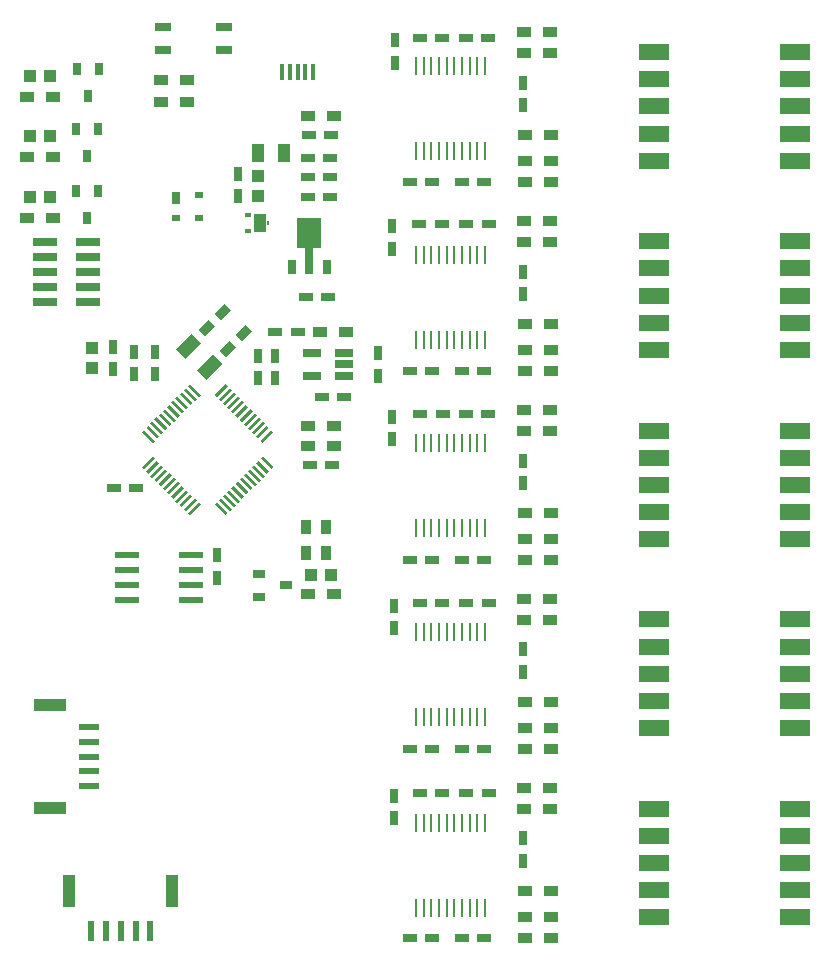
<source format=gbr>
G04 #@! TF.FileFunction,Paste,Top*
%FSLAX46Y46*%
G04 Gerber Fmt 4.6, Leading zero omitted, Abs format (unit mm)*
G04 Created by KiCad (PCBNEW 4.0.7-e2-6376~58~ubuntu16.04.1) date Tue Jul 10 13:57:19 2018*
%MOMM*%
%LPD*%
G01*
G04 APERTURE LIST*
%ADD10C,0.100000*%
%ADD11R,0.650000X1.050000*%
%ADD12R,1.200000X0.750000*%
%ADD13R,0.400000X1.350000*%
%ADD14R,1.200000X0.900000*%
%ADD15R,0.900000X1.200000*%
%ADD16R,0.700000X1.000000*%
%ADD17R,0.700000X0.600000*%
%ADD18R,1.000000X1.500000*%
%ADD19R,2.100000X0.750000*%
%ADD20R,1.000000X1.100000*%
%ADD21R,1.450000X0.700000*%
%ADD22R,0.800000X1.200000*%
%ADD23R,0.800000X2.200000*%
%ADD24R,2.000000X2.500000*%
%ADD25R,1.050000X0.650000*%
%ADD26R,0.750000X1.200000*%
%ADD27R,2.500000X1.400000*%
%ADD28R,0.250000X1.500000*%
%ADD29R,2.000000X0.600000*%
%ADD30R,0.500000X0.400000*%
%ADD31R,1.100000X1.600000*%
%ADD32R,0.250000X0.400000*%
%ADD33R,1.100000X1.000000*%
%ADD34R,1.700000X0.600000*%
%ADD35R,2.800000X1.000000*%
%ADD36R,1.560000X0.650000*%
%ADD37R,0.600000X1.700000*%
%ADD38R,1.000000X2.800000*%
G04 APERTURE END LIST*
D10*
D11*
X123022400Y-67143600D03*
X121122400Y-67143600D03*
X122072400Y-69443600D03*
D12*
X152146000Y-123393200D03*
X150246000Y-123393200D03*
D13*
X141190500Y-62346500D03*
X140540500Y-62346500D03*
X139890500Y-62346500D03*
X139240500Y-62346500D03*
X138590500Y-62346500D03*
D14*
X159153500Y-71628000D03*
X161353500Y-71628000D03*
D15*
X140608469Y-103024303D03*
X140608469Y-100824303D03*
X142262283Y-103024303D03*
X142262283Y-100824303D03*
D14*
X159153500Y-69850000D03*
X161353500Y-69850000D03*
X161290000Y-58983836D03*
X159090000Y-58983836D03*
X159153500Y-67691000D03*
X161353500Y-67691000D03*
X161290000Y-60761836D03*
X159090000Y-60761836D03*
X159153500Y-87628000D03*
X161353500Y-87628000D03*
X159153500Y-85850000D03*
X161353500Y-85850000D03*
X161290000Y-74983836D03*
X159090000Y-74983836D03*
X159153500Y-83691000D03*
X161353500Y-83691000D03*
X161290000Y-76761836D03*
X159090000Y-76761836D03*
X159153500Y-103628000D03*
X161353500Y-103628000D03*
X159153500Y-101850000D03*
X161353500Y-101850000D03*
X161290000Y-90983836D03*
X159090000Y-90983836D03*
X159153500Y-99691000D03*
X161353500Y-99691000D03*
X161290000Y-92761836D03*
X159090000Y-92761836D03*
X159153500Y-119628000D03*
X161353500Y-119628000D03*
X159153500Y-117850000D03*
X161353500Y-117850000D03*
X161290000Y-106983836D03*
X159090000Y-106983836D03*
X159153500Y-115691000D03*
X161353500Y-115691000D03*
X161290000Y-108761836D03*
X159090000Y-108761836D03*
X159153500Y-135628000D03*
X161353500Y-135628000D03*
X159153500Y-133850000D03*
X161353500Y-133850000D03*
X161290000Y-122983836D03*
X159090000Y-122983836D03*
X159153500Y-131691000D03*
X161353500Y-131691000D03*
X161290000Y-124761836D03*
X159090000Y-124761836D03*
D16*
X129572000Y-72976000D03*
D17*
X129572000Y-74676000D03*
X131572000Y-74676000D03*
X131572000Y-72776000D03*
D18*
X136529900Y-69151500D03*
X138729900Y-69151500D03*
D19*
X122094400Y-76758800D03*
X118494400Y-76758800D03*
X122094400Y-78028800D03*
X118494400Y-78028800D03*
X122094400Y-79298800D03*
X118494400Y-79298800D03*
X122094400Y-80568800D03*
X118494400Y-80568800D03*
X122094400Y-81838800D03*
X118494400Y-81838800D03*
D20*
X122478800Y-87413200D03*
X122478800Y-85713200D03*
X136525000Y-72833600D03*
X136525000Y-71133600D03*
D11*
X123022400Y-72376000D03*
X121122400Y-72376000D03*
X122072400Y-74676000D03*
X123073200Y-62063600D03*
X121173200Y-62063600D03*
X122123200Y-64363600D03*
D21*
X133644000Y-58499500D03*
X128484000Y-58499500D03*
X128484000Y-60499500D03*
X133644000Y-60499500D03*
D10*
G36*
X130591121Y-88905811D02*
X130767898Y-88729034D01*
X131687137Y-89648273D01*
X131510360Y-89825050D01*
X130591121Y-88905811D01*
X130591121Y-88905811D01*
G37*
G36*
X130237568Y-89259364D02*
X130414345Y-89082587D01*
X131333584Y-90001826D01*
X131156807Y-90178603D01*
X130237568Y-89259364D01*
X130237568Y-89259364D01*
G37*
G36*
X129884014Y-89612918D02*
X130060791Y-89436141D01*
X130980030Y-90355380D01*
X130803253Y-90532157D01*
X129884014Y-89612918D01*
X129884014Y-89612918D01*
G37*
G36*
X129530461Y-89966471D02*
X129707238Y-89789694D01*
X130626477Y-90708933D01*
X130449700Y-90885710D01*
X129530461Y-89966471D01*
X129530461Y-89966471D01*
G37*
G36*
X129176908Y-90320024D02*
X129353685Y-90143247D01*
X130272924Y-91062486D01*
X130096147Y-91239263D01*
X129176908Y-90320024D01*
X129176908Y-90320024D01*
G37*
G36*
X128823354Y-90673578D02*
X129000131Y-90496801D01*
X129919370Y-91416040D01*
X129742593Y-91592817D01*
X128823354Y-90673578D01*
X128823354Y-90673578D01*
G37*
G36*
X128469801Y-91027131D02*
X128646578Y-90850354D01*
X129565817Y-91769593D01*
X129389040Y-91946370D01*
X128469801Y-91027131D01*
X128469801Y-91027131D01*
G37*
G36*
X128116247Y-91380685D02*
X128293024Y-91203908D01*
X129212263Y-92123147D01*
X129035486Y-92299924D01*
X128116247Y-91380685D01*
X128116247Y-91380685D01*
G37*
G36*
X127762694Y-91734238D02*
X127939471Y-91557461D01*
X128858710Y-92476700D01*
X128681933Y-92653477D01*
X127762694Y-91734238D01*
X127762694Y-91734238D01*
G37*
G36*
X127409141Y-92087791D02*
X127585918Y-91911014D01*
X128505157Y-92830253D01*
X128328380Y-93007030D01*
X127409141Y-92087791D01*
X127409141Y-92087791D01*
G37*
G36*
X127055587Y-92441345D02*
X127232364Y-92264568D01*
X128151603Y-93183807D01*
X127974826Y-93360584D01*
X127055587Y-92441345D01*
X127055587Y-92441345D01*
G37*
G36*
X126702034Y-92794898D02*
X126878811Y-92618121D01*
X127798050Y-93537360D01*
X127621273Y-93714137D01*
X126702034Y-92794898D01*
X126702034Y-92794898D01*
G37*
G36*
X126878811Y-95976879D02*
X126702034Y-95800102D01*
X127621273Y-94880863D01*
X127798050Y-95057640D01*
X126878811Y-95976879D01*
X126878811Y-95976879D01*
G37*
G36*
X127232364Y-96330432D02*
X127055587Y-96153655D01*
X127974826Y-95234416D01*
X128151603Y-95411193D01*
X127232364Y-96330432D01*
X127232364Y-96330432D01*
G37*
G36*
X127585918Y-96683986D02*
X127409141Y-96507209D01*
X128328380Y-95587970D01*
X128505157Y-95764747D01*
X127585918Y-96683986D01*
X127585918Y-96683986D01*
G37*
G36*
X127939471Y-97037539D02*
X127762694Y-96860762D01*
X128681933Y-95941523D01*
X128858710Y-96118300D01*
X127939471Y-97037539D01*
X127939471Y-97037539D01*
G37*
G36*
X128293024Y-97391092D02*
X128116247Y-97214315D01*
X129035486Y-96295076D01*
X129212263Y-96471853D01*
X128293024Y-97391092D01*
X128293024Y-97391092D01*
G37*
G36*
X128646578Y-97744646D02*
X128469801Y-97567869D01*
X129389040Y-96648630D01*
X129565817Y-96825407D01*
X128646578Y-97744646D01*
X128646578Y-97744646D01*
G37*
G36*
X129000131Y-98098199D02*
X128823354Y-97921422D01*
X129742593Y-97002183D01*
X129919370Y-97178960D01*
X129000131Y-98098199D01*
X129000131Y-98098199D01*
G37*
G36*
X129353685Y-98451753D02*
X129176908Y-98274976D01*
X130096147Y-97355737D01*
X130272924Y-97532514D01*
X129353685Y-98451753D01*
X129353685Y-98451753D01*
G37*
G36*
X129707238Y-98805306D02*
X129530461Y-98628529D01*
X130449700Y-97709290D01*
X130626477Y-97886067D01*
X129707238Y-98805306D01*
X129707238Y-98805306D01*
G37*
G36*
X130060791Y-99158859D02*
X129884014Y-98982082D01*
X130803253Y-98062843D01*
X130980030Y-98239620D01*
X130060791Y-99158859D01*
X130060791Y-99158859D01*
G37*
G36*
X130414345Y-99512413D02*
X130237568Y-99335636D01*
X131156807Y-98416397D01*
X131333584Y-98593174D01*
X130414345Y-99512413D01*
X130414345Y-99512413D01*
G37*
G36*
X130767898Y-99865966D02*
X130591121Y-99689189D01*
X131510360Y-98769950D01*
X131687137Y-98946727D01*
X130767898Y-99865966D01*
X130767898Y-99865966D01*
G37*
G36*
X132853863Y-98946727D02*
X133030640Y-98769950D01*
X133949879Y-99689189D01*
X133773102Y-99865966D01*
X132853863Y-98946727D01*
X132853863Y-98946727D01*
G37*
G36*
X133207416Y-98593174D02*
X133384193Y-98416397D01*
X134303432Y-99335636D01*
X134126655Y-99512413D01*
X133207416Y-98593174D01*
X133207416Y-98593174D01*
G37*
G36*
X133560970Y-98239620D02*
X133737747Y-98062843D01*
X134656986Y-98982082D01*
X134480209Y-99158859D01*
X133560970Y-98239620D01*
X133560970Y-98239620D01*
G37*
G36*
X133914523Y-97886067D02*
X134091300Y-97709290D01*
X135010539Y-98628529D01*
X134833762Y-98805306D01*
X133914523Y-97886067D01*
X133914523Y-97886067D01*
G37*
G36*
X134268076Y-97532514D02*
X134444853Y-97355737D01*
X135364092Y-98274976D01*
X135187315Y-98451753D01*
X134268076Y-97532514D01*
X134268076Y-97532514D01*
G37*
G36*
X134621630Y-97178960D02*
X134798407Y-97002183D01*
X135717646Y-97921422D01*
X135540869Y-98098199D01*
X134621630Y-97178960D01*
X134621630Y-97178960D01*
G37*
G36*
X134975183Y-96825407D02*
X135151960Y-96648630D01*
X136071199Y-97567869D01*
X135894422Y-97744646D01*
X134975183Y-96825407D01*
X134975183Y-96825407D01*
G37*
G36*
X135328737Y-96471853D02*
X135505514Y-96295076D01*
X136424753Y-97214315D01*
X136247976Y-97391092D01*
X135328737Y-96471853D01*
X135328737Y-96471853D01*
G37*
G36*
X135682290Y-96118300D02*
X135859067Y-95941523D01*
X136778306Y-96860762D01*
X136601529Y-97037539D01*
X135682290Y-96118300D01*
X135682290Y-96118300D01*
G37*
G36*
X136035843Y-95764747D02*
X136212620Y-95587970D01*
X137131859Y-96507209D01*
X136955082Y-96683986D01*
X136035843Y-95764747D01*
X136035843Y-95764747D01*
G37*
G36*
X136389397Y-95411193D02*
X136566174Y-95234416D01*
X137485413Y-96153655D01*
X137308636Y-96330432D01*
X136389397Y-95411193D01*
X136389397Y-95411193D01*
G37*
G36*
X136742950Y-95057640D02*
X136919727Y-94880863D01*
X137838966Y-95800102D01*
X137662189Y-95976879D01*
X136742950Y-95057640D01*
X136742950Y-95057640D01*
G37*
G36*
X136919727Y-93714137D02*
X136742950Y-93537360D01*
X137662189Y-92618121D01*
X137838966Y-92794898D01*
X136919727Y-93714137D01*
X136919727Y-93714137D01*
G37*
G36*
X136566174Y-93360584D02*
X136389397Y-93183807D01*
X137308636Y-92264568D01*
X137485413Y-92441345D01*
X136566174Y-93360584D01*
X136566174Y-93360584D01*
G37*
G36*
X136212620Y-93007030D02*
X136035843Y-92830253D01*
X136955082Y-91911014D01*
X137131859Y-92087791D01*
X136212620Y-93007030D01*
X136212620Y-93007030D01*
G37*
G36*
X135859067Y-92653477D02*
X135682290Y-92476700D01*
X136601529Y-91557461D01*
X136778306Y-91734238D01*
X135859067Y-92653477D01*
X135859067Y-92653477D01*
G37*
G36*
X135505514Y-92299924D02*
X135328737Y-92123147D01*
X136247976Y-91203908D01*
X136424753Y-91380685D01*
X135505514Y-92299924D01*
X135505514Y-92299924D01*
G37*
G36*
X135151960Y-91946370D02*
X134975183Y-91769593D01*
X135894422Y-90850354D01*
X136071199Y-91027131D01*
X135151960Y-91946370D01*
X135151960Y-91946370D01*
G37*
G36*
X134798407Y-91592817D02*
X134621630Y-91416040D01*
X135540869Y-90496801D01*
X135717646Y-90673578D01*
X134798407Y-91592817D01*
X134798407Y-91592817D01*
G37*
G36*
X134444853Y-91239263D02*
X134268076Y-91062486D01*
X135187315Y-90143247D01*
X135364092Y-90320024D01*
X134444853Y-91239263D01*
X134444853Y-91239263D01*
G37*
G36*
X134091300Y-90885710D02*
X133914523Y-90708933D01*
X134833762Y-89789694D01*
X135010539Y-89966471D01*
X134091300Y-90885710D01*
X134091300Y-90885710D01*
G37*
G36*
X133737747Y-90532157D02*
X133560970Y-90355380D01*
X134480209Y-89436141D01*
X134656986Y-89612918D01*
X133737747Y-90532157D01*
X133737747Y-90532157D01*
G37*
G36*
X133384193Y-90178603D02*
X133207416Y-90001826D01*
X134126655Y-89082587D01*
X134303432Y-89259364D01*
X133384193Y-90178603D01*
X133384193Y-90178603D01*
G37*
G36*
X133030640Y-89825050D02*
X132853863Y-89648273D01*
X133773102Y-88729034D01*
X133949879Y-88905811D01*
X133030640Y-89825050D01*
X133030640Y-89825050D01*
G37*
D22*
X139381100Y-78826300D03*
D23*
X140881100Y-78326300D03*
D22*
X142381100Y-78826300D03*
D24*
X140881100Y-75976300D03*
D10*
G36*
X129569074Y-85827577D02*
X130912577Y-84484074D01*
X131690394Y-85261891D01*
X130346891Y-86605394D01*
X129569074Y-85827577D01*
X129569074Y-85827577D01*
G37*
G36*
X131336840Y-87595343D02*
X132680343Y-86251840D01*
X133458160Y-87029657D01*
X132114657Y-88373160D01*
X131336840Y-87595343D01*
X131336840Y-87595343D01*
G37*
D25*
X136628459Y-104843393D03*
X136628459Y-106743393D03*
X138928459Y-105793393D03*
D26*
X126009400Y-87919600D03*
X126009400Y-86019600D03*
X127787400Y-87919600D03*
X127787400Y-86019600D03*
D10*
G36*
X133672850Y-81950820D02*
X134203180Y-82481150D01*
X133354652Y-83329678D01*
X132824322Y-82799348D01*
X133672850Y-81950820D01*
X133672850Y-81950820D01*
G37*
G36*
X132329348Y-83294322D02*
X132859678Y-83824652D01*
X132011150Y-84673180D01*
X131480820Y-84142850D01*
X132329348Y-83294322D01*
X132329348Y-83294322D01*
G37*
G36*
X135450850Y-83728820D02*
X135981180Y-84259150D01*
X135132652Y-85107678D01*
X134602322Y-84577348D01*
X135450850Y-83728820D01*
X135450850Y-83728820D01*
G37*
G36*
X134107348Y-85072322D02*
X134637678Y-85602652D01*
X133789150Y-86451180D01*
X133258820Y-85920850D01*
X134107348Y-85072322D01*
X134107348Y-85072322D01*
G37*
D26*
X136525000Y-88265000D03*
X136525000Y-86365000D03*
X137998200Y-88265000D03*
X137998200Y-86365000D03*
X124256800Y-87513200D03*
X124256800Y-85613200D03*
D12*
X126222800Y-97586800D03*
X124322800Y-97586800D03*
X140934400Y-95580200D03*
X142834400Y-95580200D03*
D26*
X134848600Y-72832000D03*
X134848600Y-70932000D03*
D12*
X142641400Y-69646800D03*
X140741400Y-69646800D03*
X140743900Y-72910700D03*
X142643900Y-72910700D03*
X140832800Y-67665600D03*
X142732800Y-67665600D03*
X140743900Y-71234300D03*
X142643900Y-71234300D03*
X142491500Y-81343500D03*
X140591500Y-81343500D03*
X155699500Y-71628000D03*
X153799500Y-71628000D03*
X151297500Y-71628000D03*
X149397500Y-71628000D03*
X152120600Y-59461400D03*
X150220600Y-59461400D03*
X154142400Y-59461400D03*
X156042400Y-59461400D03*
D26*
X148158200Y-61564600D03*
X148158200Y-59664600D03*
X158940500Y-65128000D03*
X158940500Y-63228000D03*
D12*
X155699500Y-87628000D03*
X153799500Y-87628000D03*
X151297500Y-87628000D03*
X149397500Y-87628000D03*
X152095200Y-75209400D03*
X150195200Y-75209400D03*
X154167800Y-75209400D03*
X156067800Y-75209400D03*
D26*
X147904200Y-77312600D03*
X147904200Y-75412600D03*
X158940500Y-81128000D03*
X158940500Y-79228000D03*
D12*
X155699500Y-103628000D03*
X153799500Y-103628000D03*
X151297500Y-103628000D03*
X149397500Y-103628000D03*
X152156200Y-91313000D03*
X150256200Y-91313000D03*
X154142400Y-91313000D03*
X156042400Y-91313000D03*
D26*
X147904200Y-93416200D03*
X147904200Y-91516200D03*
X158940500Y-97128000D03*
X158940500Y-95228000D03*
D12*
X155699500Y-119628000D03*
X153799500Y-119628000D03*
X151297500Y-119628000D03*
X149397500Y-119628000D03*
X152146000Y-107315000D03*
X150246000Y-107315000D03*
X154152600Y-107315000D03*
X156052600Y-107315000D03*
D26*
X148005800Y-109418200D03*
X148005800Y-107518200D03*
X158940500Y-113128000D03*
X158940500Y-111228000D03*
D12*
X155699500Y-135628000D03*
X153799500Y-135628000D03*
X151297500Y-135628000D03*
X149397500Y-135628000D03*
X154152600Y-123393200D03*
X156052600Y-123393200D03*
D26*
X148031200Y-125496400D03*
X148031200Y-123596400D03*
X158940500Y-129128000D03*
X158940500Y-127228000D03*
D14*
X128301200Y-62992000D03*
X130501200Y-62992000D03*
X128287600Y-64871600D03*
X130487600Y-64871600D03*
X116970194Y-74685050D03*
X119170194Y-74685050D03*
X116977375Y-69545200D03*
X119177375Y-69545200D03*
X116959200Y-64490600D03*
X119159200Y-64490600D03*
X142973648Y-93980000D03*
X140773648Y-93980000D03*
X142973648Y-92297298D03*
X140773648Y-92297298D03*
X140733600Y-66090800D03*
X142933600Y-66090800D03*
X142984400Y-106553000D03*
X140784400Y-106553000D03*
D27*
X182027600Y-69850000D03*
X182027600Y-67550000D03*
X182027600Y-65250000D03*
X182027600Y-62950000D03*
X182027600Y-60650000D03*
X170027600Y-60650000D03*
X170027600Y-62950000D03*
X170027600Y-65250000D03*
X170027600Y-67550000D03*
X170027600Y-69850000D03*
X182027600Y-85866000D03*
X182027600Y-83566000D03*
X182027600Y-81266000D03*
X182027600Y-78966000D03*
X182027600Y-76666000D03*
X170027600Y-76666000D03*
X170027600Y-78966000D03*
X170027600Y-81266000D03*
X170027600Y-83566000D03*
X170027600Y-85866000D03*
X182027600Y-101896000D03*
X182027600Y-99596000D03*
X182027600Y-97296000D03*
X182027600Y-94996000D03*
X182027600Y-92696000D03*
X170027600Y-92696000D03*
X170027600Y-94996000D03*
X170027600Y-97296000D03*
X170027600Y-99596000D03*
X170027600Y-101896000D03*
X182022000Y-117882500D03*
X182022000Y-115582500D03*
X182022000Y-113282500D03*
X182022000Y-110982500D03*
X182022000Y-108682500D03*
X170022000Y-108682500D03*
X170022000Y-110982500D03*
X170022000Y-113282500D03*
X170022000Y-115582500D03*
X170022000Y-117882500D03*
X182022000Y-133900000D03*
X182022000Y-131600000D03*
X182022000Y-129300000D03*
X182022000Y-127000000D03*
X182022000Y-124700000D03*
X170022000Y-124700000D03*
X170022000Y-127000000D03*
X170022000Y-129300000D03*
X170022000Y-131600000D03*
X170022000Y-133900000D03*
D28*
X149906200Y-68986400D03*
X150556200Y-68986400D03*
X151206200Y-68986400D03*
X151856200Y-68986400D03*
X152506200Y-68986400D03*
X153156200Y-68986400D03*
X153806200Y-68986400D03*
X154456200Y-68986400D03*
X155106200Y-68986400D03*
X155756200Y-68986400D03*
X155756200Y-61786400D03*
X155106200Y-61786400D03*
X154456200Y-61786400D03*
X153806200Y-61786400D03*
X153156200Y-61786400D03*
X152506200Y-61786400D03*
X151856200Y-61786400D03*
X151206200Y-61786400D03*
X150556200Y-61786400D03*
X149906200Y-61786400D03*
X149912000Y-85013800D03*
X150562000Y-85013800D03*
X151212000Y-85013800D03*
X151862000Y-85013800D03*
X152512000Y-85013800D03*
X153162000Y-85013800D03*
X153812000Y-85013800D03*
X154462000Y-85013800D03*
X155112000Y-85013800D03*
X155762000Y-85013800D03*
X155762000Y-77813800D03*
X155112000Y-77813800D03*
X154462000Y-77813800D03*
X153812000Y-77813800D03*
X153162000Y-77813800D03*
X152512000Y-77813800D03*
X151862000Y-77813800D03*
X151212000Y-77813800D03*
X150562000Y-77813800D03*
X149912000Y-77813800D03*
X149906200Y-100965000D03*
X150556200Y-100965000D03*
X151206200Y-100965000D03*
X151856200Y-100965000D03*
X152506200Y-100965000D03*
X153156200Y-100965000D03*
X153806200Y-100965000D03*
X154456200Y-100965000D03*
X155106200Y-100965000D03*
X155756200Y-100965000D03*
X155756200Y-93765000D03*
X155106200Y-93765000D03*
X154456200Y-93765000D03*
X153806200Y-93765000D03*
X153156200Y-93765000D03*
X152506200Y-93765000D03*
X151856200Y-93765000D03*
X151206200Y-93765000D03*
X150556200Y-93765000D03*
X149906200Y-93765000D03*
X149901600Y-116967000D03*
X150551600Y-116967000D03*
X151201600Y-116967000D03*
X151851600Y-116967000D03*
X152501600Y-116967000D03*
X153151600Y-116967000D03*
X153801600Y-116967000D03*
X154451600Y-116967000D03*
X155101600Y-116967000D03*
X155751600Y-116967000D03*
X155751600Y-109767000D03*
X155101600Y-109767000D03*
X154451600Y-109767000D03*
X153801600Y-109767000D03*
X153151600Y-109767000D03*
X152501600Y-109767000D03*
X151851600Y-109767000D03*
X151201600Y-109767000D03*
X150551600Y-109767000D03*
X149901600Y-109767000D03*
X149901600Y-133107800D03*
X150551600Y-133107800D03*
X151201600Y-133107800D03*
X151851600Y-133107800D03*
X152501600Y-133107800D03*
X153151600Y-133107800D03*
X153801600Y-133107800D03*
X154451600Y-133107800D03*
X155101600Y-133107800D03*
X155751600Y-133107800D03*
X155751600Y-125907800D03*
X155101600Y-125907800D03*
X154451600Y-125907800D03*
X153801600Y-125907800D03*
X153151600Y-125907800D03*
X152501600Y-125907800D03*
X151851600Y-125907800D03*
X151201600Y-125907800D03*
X150551600Y-125907800D03*
X149901600Y-125907800D03*
D26*
X133032500Y-105153500D03*
X133032500Y-103253500D03*
D29*
X125443000Y-107061000D03*
X125443000Y-105791000D03*
X125443000Y-104521000D03*
X125443000Y-103251000D03*
X130843000Y-103251000D03*
X130843000Y-104521000D03*
X130843000Y-105791000D03*
X130843000Y-107061000D03*
D30*
X135689000Y-74483200D03*
X135689000Y-75783200D03*
D31*
X136739000Y-75133200D03*
D32*
X137414000Y-75133200D03*
D33*
X118920194Y-72957850D03*
X117220194Y-72957850D03*
X118927375Y-67767200D03*
X117227375Y-67767200D03*
X118909200Y-62712600D03*
X117209200Y-62712600D03*
X141034400Y-104902000D03*
X142734400Y-104902000D03*
D34*
X122244400Y-122794400D03*
X122244400Y-121544400D03*
X122244400Y-120294400D03*
X122244400Y-119044400D03*
X122244400Y-117794400D03*
D35*
X118894400Y-124644400D03*
X118894400Y-115944400D03*
D12*
X139888000Y-84328000D03*
X137988000Y-84328000D03*
X143850400Y-89865200D03*
X141950400Y-89865200D03*
D26*
X146710400Y-88046600D03*
X146710400Y-86146600D03*
D14*
X143975000Y-84328000D03*
X141775000Y-84328000D03*
D36*
X143840200Y-88036400D03*
X143840200Y-87086400D03*
X143840200Y-86136400D03*
X141140200Y-86136400D03*
X141140200Y-88036400D03*
D37*
X122417200Y-135046000D03*
X123667200Y-135046000D03*
X124917200Y-135046000D03*
X126167200Y-135046000D03*
X127417200Y-135046000D03*
D38*
X120567200Y-131696000D03*
X129267200Y-131696000D03*
M02*

</source>
